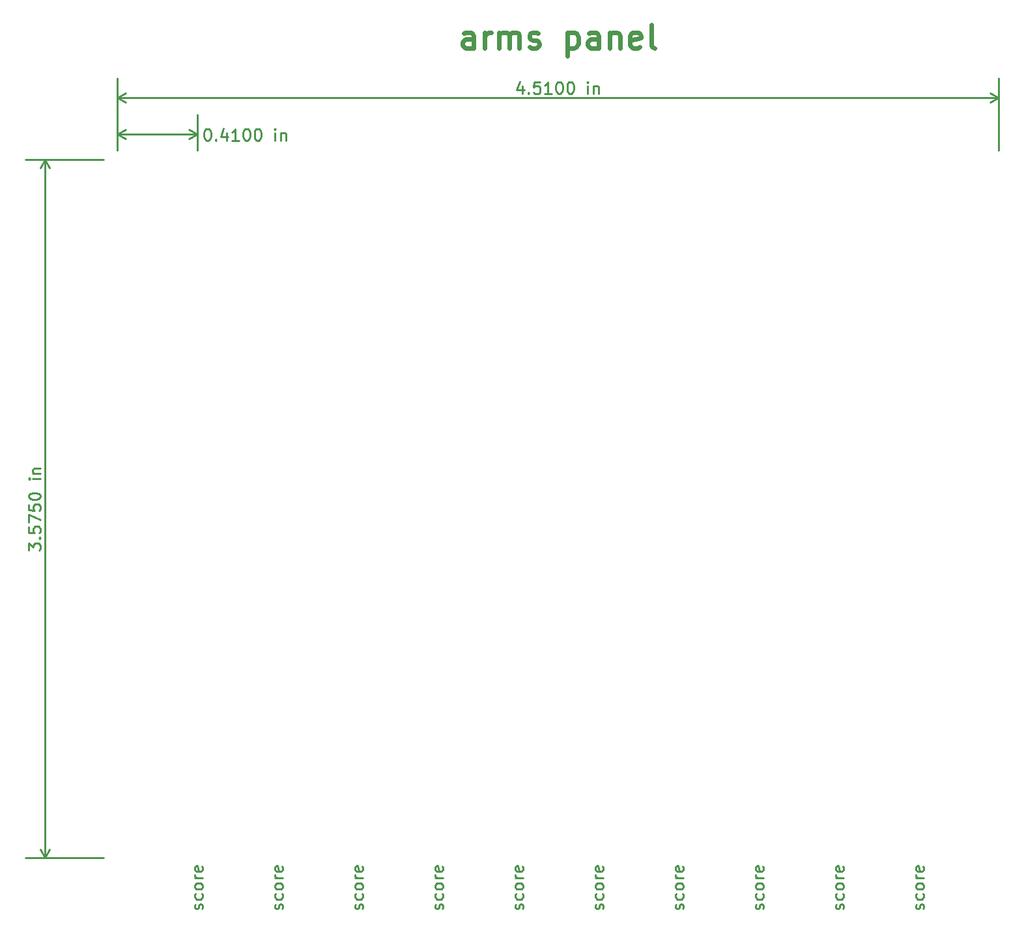
<source format=gbr>
%FSLAX34Y34*%
G04 Gerber Fmt 3.4, Leading zero omitted, Abs format*
G04 (created by PCBNEW (2014-03-10 BZR 4741)-product) date 3/24/2014 1:58:16 PM*
%MOIN*%
G01*
G70*
G90*
G04 APERTURE LIST*
%ADD10C,0.006000*%
%ADD11C,0.024000*%
%ADD12C,0.010000*%
G04 APERTURE END LIST*
G54D10*
G54D11*
X86835Y-23592D02*
X86835Y-22964D01*
X86778Y-22850D01*
X86664Y-22792D01*
X86435Y-22792D01*
X86321Y-22850D01*
X86835Y-23535D02*
X86721Y-23592D01*
X86435Y-23592D01*
X86321Y-23535D01*
X86264Y-23421D01*
X86264Y-23307D01*
X86321Y-23192D01*
X86435Y-23135D01*
X86721Y-23135D01*
X86835Y-23078D01*
X87407Y-23592D02*
X87407Y-22792D01*
X87407Y-23021D02*
X87464Y-22907D01*
X87521Y-22850D01*
X87635Y-22792D01*
X87750Y-22792D01*
X88150Y-23592D02*
X88150Y-22792D01*
X88150Y-22907D02*
X88207Y-22850D01*
X88321Y-22792D01*
X88492Y-22792D01*
X88607Y-22850D01*
X88664Y-22964D01*
X88664Y-23592D01*
X88664Y-22964D02*
X88721Y-22850D01*
X88835Y-22792D01*
X89007Y-22792D01*
X89121Y-22850D01*
X89178Y-22964D01*
X89178Y-23592D01*
X89692Y-23535D02*
X89807Y-23592D01*
X90035Y-23592D01*
X90150Y-23535D01*
X90207Y-23421D01*
X90207Y-23364D01*
X90150Y-23250D01*
X90035Y-23192D01*
X89864Y-23192D01*
X89750Y-23135D01*
X89692Y-23021D01*
X89692Y-22964D01*
X89750Y-22850D01*
X89864Y-22792D01*
X90035Y-22792D01*
X90150Y-22850D01*
X91635Y-22792D02*
X91635Y-23992D01*
X91635Y-22850D02*
X91750Y-22792D01*
X91978Y-22792D01*
X92092Y-22850D01*
X92150Y-22907D01*
X92207Y-23021D01*
X92207Y-23364D01*
X92150Y-23478D01*
X92092Y-23535D01*
X91978Y-23592D01*
X91750Y-23592D01*
X91635Y-23535D01*
X93235Y-23592D02*
X93235Y-22964D01*
X93178Y-22850D01*
X93064Y-22792D01*
X92835Y-22792D01*
X92721Y-22850D01*
X93235Y-23535D02*
X93121Y-23592D01*
X92835Y-23592D01*
X92721Y-23535D01*
X92664Y-23421D01*
X92664Y-23307D01*
X92721Y-23192D01*
X92835Y-23135D01*
X93121Y-23135D01*
X93235Y-23078D01*
X93807Y-22792D02*
X93807Y-23592D01*
X93807Y-22907D02*
X93864Y-22850D01*
X93978Y-22792D01*
X94150Y-22792D01*
X94264Y-22850D01*
X94321Y-22964D01*
X94321Y-23592D01*
X95350Y-23535D02*
X95235Y-23592D01*
X95007Y-23592D01*
X94892Y-23535D01*
X94835Y-23421D01*
X94835Y-22964D01*
X94892Y-22850D01*
X95007Y-22792D01*
X95235Y-22792D01*
X95350Y-22850D01*
X95407Y-22964D01*
X95407Y-23078D01*
X94835Y-23192D01*
X96092Y-23592D02*
X95978Y-23535D01*
X95921Y-23421D01*
X95921Y-22392D01*
G54D12*
X109842Y-67650D02*
X109871Y-67592D01*
X109871Y-67478D01*
X109842Y-67421D01*
X109785Y-67392D01*
X109757Y-67392D01*
X109700Y-67421D01*
X109671Y-67478D01*
X109671Y-67564D01*
X109642Y-67621D01*
X109585Y-67650D01*
X109557Y-67650D01*
X109500Y-67621D01*
X109471Y-67564D01*
X109471Y-67478D01*
X109500Y-67421D01*
X109842Y-66878D02*
X109871Y-66935D01*
X109871Y-67050D01*
X109842Y-67107D01*
X109814Y-67135D01*
X109757Y-67164D01*
X109585Y-67164D01*
X109528Y-67135D01*
X109500Y-67107D01*
X109471Y-67050D01*
X109471Y-66935D01*
X109500Y-66878D01*
X109871Y-66535D02*
X109842Y-66592D01*
X109814Y-66621D01*
X109757Y-66650D01*
X109585Y-66650D01*
X109528Y-66621D01*
X109500Y-66592D01*
X109471Y-66535D01*
X109471Y-66450D01*
X109500Y-66392D01*
X109528Y-66364D01*
X109585Y-66335D01*
X109757Y-66335D01*
X109814Y-66364D01*
X109842Y-66392D01*
X109871Y-66450D01*
X109871Y-66535D01*
X109871Y-66078D02*
X109471Y-66078D01*
X109585Y-66078D02*
X109528Y-66050D01*
X109500Y-66021D01*
X109471Y-65964D01*
X109471Y-65907D01*
X109842Y-65478D02*
X109871Y-65535D01*
X109871Y-65650D01*
X109842Y-65707D01*
X109785Y-65735D01*
X109557Y-65735D01*
X109500Y-65707D01*
X109471Y-65650D01*
X109471Y-65535D01*
X109500Y-65478D01*
X109557Y-65450D01*
X109614Y-65450D01*
X109671Y-65735D01*
X105742Y-67650D02*
X105771Y-67592D01*
X105771Y-67478D01*
X105742Y-67421D01*
X105685Y-67392D01*
X105657Y-67392D01*
X105600Y-67421D01*
X105571Y-67478D01*
X105571Y-67564D01*
X105542Y-67621D01*
X105485Y-67650D01*
X105457Y-67650D01*
X105400Y-67621D01*
X105371Y-67564D01*
X105371Y-67478D01*
X105400Y-67421D01*
X105742Y-66878D02*
X105771Y-66935D01*
X105771Y-67050D01*
X105742Y-67107D01*
X105714Y-67135D01*
X105657Y-67164D01*
X105485Y-67164D01*
X105428Y-67135D01*
X105400Y-67107D01*
X105371Y-67050D01*
X105371Y-66935D01*
X105400Y-66878D01*
X105771Y-66535D02*
X105742Y-66592D01*
X105714Y-66621D01*
X105657Y-66650D01*
X105485Y-66650D01*
X105428Y-66621D01*
X105400Y-66592D01*
X105371Y-66535D01*
X105371Y-66450D01*
X105400Y-66392D01*
X105428Y-66364D01*
X105485Y-66335D01*
X105657Y-66335D01*
X105714Y-66364D01*
X105742Y-66392D01*
X105771Y-66450D01*
X105771Y-66535D01*
X105771Y-66078D02*
X105371Y-66078D01*
X105485Y-66078D02*
X105428Y-66050D01*
X105400Y-66021D01*
X105371Y-65964D01*
X105371Y-65907D01*
X105742Y-65478D02*
X105771Y-65535D01*
X105771Y-65650D01*
X105742Y-65707D01*
X105685Y-65735D01*
X105457Y-65735D01*
X105400Y-65707D01*
X105371Y-65650D01*
X105371Y-65535D01*
X105400Y-65478D01*
X105457Y-65450D01*
X105514Y-65450D01*
X105571Y-65735D01*
X101642Y-67650D02*
X101671Y-67592D01*
X101671Y-67478D01*
X101642Y-67421D01*
X101585Y-67392D01*
X101557Y-67392D01*
X101500Y-67421D01*
X101471Y-67478D01*
X101471Y-67564D01*
X101442Y-67621D01*
X101385Y-67650D01*
X101357Y-67650D01*
X101300Y-67621D01*
X101271Y-67564D01*
X101271Y-67478D01*
X101300Y-67421D01*
X101642Y-66878D02*
X101671Y-66935D01*
X101671Y-67050D01*
X101642Y-67107D01*
X101614Y-67135D01*
X101557Y-67164D01*
X101385Y-67164D01*
X101328Y-67135D01*
X101300Y-67107D01*
X101271Y-67050D01*
X101271Y-66935D01*
X101300Y-66878D01*
X101671Y-66535D02*
X101642Y-66592D01*
X101614Y-66621D01*
X101557Y-66650D01*
X101385Y-66650D01*
X101328Y-66621D01*
X101300Y-66592D01*
X101271Y-66535D01*
X101271Y-66450D01*
X101300Y-66392D01*
X101328Y-66364D01*
X101385Y-66335D01*
X101557Y-66335D01*
X101614Y-66364D01*
X101642Y-66392D01*
X101671Y-66450D01*
X101671Y-66535D01*
X101671Y-66078D02*
X101271Y-66078D01*
X101385Y-66078D02*
X101328Y-66050D01*
X101300Y-66021D01*
X101271Y-65964D01*
X101271Y-65907D01*
X101642Y-65478D02*
X101671Y-65535D01*
X101671Y-65650D01*
X101642Y-65707D01*
X101585Y-65735D01*
X101357Y-65735D01*
X101300Y-65707D01*
X101271Y-65650D01*
X101271Y-65535D01*
X101300Y-65478D01*
X101357Y-65450D01*
X101414Y-65450D01*
X101471Y-65735D01*
X97542Y-67650D02*
X97571Y-67592D01*
X97571Y-67478D01*
X97542Y-67421D01*
X97485Y-67392D01*
X97457Y-67392D01*
X97400Y-67421D01*
X97371Y-67478D01*
X97371Y-67564D01*
X97342Y-67621D01*
X97285Y-67650D01*
X97257Y-67650D01*
X97200Y-67621D01*
X97171Y-67564D01*
X97171Y-67478D01*
X97200Y-67421D01*
X97542Y-66878D02*
X97571Y-66935D01*
X97571Y-67050D01*
X97542Y-67107D01*
X97514Y-67135D01*
X97457Y-67164D01*
X97285Y-67164D01*
X97228Y-67135D01*
X97200Y-67107D01*
X97171Y-67050D01*
X97171Y-66935D01*
X97200Y-66878D01*
X97571Y-66535D02*
X97542Y-66592D01*
X97514Y-66621D01*
X97457Y-66650D01*
X97285Y-66650D01*
X97228Y-66621D01*
X97200Y-66592D01*
X97171Y-66535D01*
X97171Y-66450D01*
X97200Y-66392D01*
X97228Y-66364D01*
X97285Y-66335D01*
X97457Y-66335D01*
X97514Y-66364D01*
X97542Y-66392D01*
X97571Y-66450D01*
X97571Y-66535D01*
X97571Y-66078D02*
X97171Y-66078D01*
X97285Y-66078D02*
X97228Y-66050D01*
X97200Y-66021D01*
X97171Y-65964D01*
X97171Y-65907D01*
X97542Y-65478D02*
X97571Y-65535D01*
X97571Y-65650D01*
X97542Y-65707D01*
X97485Y-65735D01*
X97257Y-65735D01*
X97200Y-65707D01*
X97171Y-65650D01*
X97171Y-65535D01*
X97200Y-65478D01*
X97257Y-65450D01*
X97314Y-65450D01*
X97371Y-65735D01*
X93442Y-67650D02*
X93471Y-67592D01*
X93471Y-67478D01*
X93442Y-67421D01*
X93385Y-67392D01*
X93357Y-67392D01*
X93300Y-67421D01*
X93271Y-67478D01*
X93271Y-67564D01*
X93242Y-67621D01*
X93185Y-67650D01*
X93157Y-67650D01*
X93100Y-67621D01*
X93071Y-67564D01*
X93071Y-67478D01*
X93100Y-67421D01*
X93442Y-66878D02*
X93471Y-66935D01*
X93471Y-67050D01*
X93442Y-67107D01*
X93414Y-67135D01*
X93357Y-67164D01*
X93185Y-67164D01*
X93128Y-67135D01*
X93100Y-67107D01*
X93071Y-67050D01*
X93071Y-66935D01*
X93100Y-66878D01*
X93471Y-66535D02*
X93442Y-66592D01*
X93414Y-66621D01*
X93357Y-66650D01*
X93185Y-66650D01*
X93128Y-66621D01*
X93100Y-66592D01*
X93071Y-66535D01*
X93071Y-66450D01*
X93100Y-66392D01*
X93128Y-66364D01*
X93185Y-66335D01*
X93357Y-66335D01*
X93414Y-66364D01*
X93442Y-66392D01*
X93471Y-66450D01*
X93471Y-66535D01*
X93471Y-66078D02*
X93071Y-66078D01*
X93185Y-66078D02*
X93128Y-66050D01*
X93100Y-66021D01*
X93071Y-65964D01*
X93071Y-65907D01*
X93442Y-65478D02*
X93471Y-65535D01*
X93471Y-65650D01*
X93442Y-65707D01*
X93385Y-65735D01*
X93157Y-65735D01*
X93100Y-65707D01*
X93071Y-65650D01*
X93071Y-65535D01*
X93100Y-65478D01*
X93157Y-65450D01*
X93214Y-65450D01*
X93271Y-65735D01*
X89342Y-67650D02*
X89371Y-67592D01*
X89371Y-67478D01*
X89342Y-67421D01*
X89285Y-67392D01*
X89257Y-67392D01*
X89200Y-67421D01*
X89171Y-67478D01*
X89171Y-67564D01*
X89142Y-67621D01*
X89085Y-67650D01*
X89057Y-67650D01*
X89000Y-67621D01*
X88971Y-67564D01*
X88971Y-67478D01*
X89000Y-67421D01*
X89342Y-66878D02*
X89371Y-66935D01*
X89371Y-67050D01*
X89342Y-67107D01*
X89314Y-67135D01*
X89257Y-67164D01*
X89085Y-67164D01*
X89028Y-67135D01*
X89000Y-67107D01*
X88971Y-67050D01*
X88971Y-66935D01*
X89000Y-66878D01*
X89371Y-66535D02*
X89342Y-66592D01*
X89314Y-66621D01*
X89257Y-66650D01*
X89085Y-66650D01*
X89028Y-66621D01*
X89000Y-66592D01*
X88971Y-66535D01*
X88971Y-66450D01*
X89000Y-66392D01*
X89028Y-66364D01*
X89085Y-66335D01*
X89257Y-66335D01*
X89314Y-66364D01*
X89342Y-66392D01*
X89371Y-66450D01*
X89371Y-66535D01*
X89371Y-66078D02*
X88971Y-66078D01*
X89085Y-66078D02*
X89028Y-66050D01*
X89000Y-66021D01*
X88971Y-65964D01*
X88971Y-65907D01*
X89342Y-65478D02*
X89371Y-65535D01*
X89371Y-65650D01*
X89342Y-65707D01*
X89285Y-65735D01*
X89057Y-65735D01*
X89000Y-65707D01*
X88971Y-65650D01*
X88971Y-65535D01*
X89000Y-65478D01*
X89057Y-65450D01*
X89114Y-65450D01*
X89171Y-65735D01*
X85242Y-67650D02*
X85271Y-67592D01*
X85271Y-67478D01*
X85242Y-67421D01*
X85185Y-67392D01*
X85157Y-67392D01*
X85100Y-67421D01*
X85071Y-67478D01*
X85071Y-67564D01*
X85042Y-67621D01*
X84985Y-67650D01*
X84957Y-67650D01*
X84900Y-67621D01*
X84871Y-67564D01*
X84871Y-67478D01*
X84900Y-67421D01*
X85242Y-66878D02*
X85271Y-66935D01*
X85271Y-67050D01*
X85242Y-67107D01*
X85214Y-67135D01*
X85157Y-67164D01*
X84985Y-67164D01*
X84928Y-67135D01*
X84900Y-67107D01*
X84871Y-67050D01*
X84871Y-66935D01*
X84900Y-66878D01*
X85271Y-66535D02*
X85242Y-66592D01*
X85214Y-66621D01*
X85157Y-66650D01*
X84985Y-66650D01*
X84928Y-66621D01*
X84900Y-66592D01*
X84871Y-66535D01*
X84871Y-66450D01*
X84900Y-66392D01*
X84928Y-66364D01*
X84985Y-66335D01*
X85157Y-66335D01*
X85214Y-66364D01*
X85242Y-66392D01*
X85271Y-66450D01*
X85271Y-66535D01*
X85271Y-66078D02*
X84871Y-66078D01*
X84985Y-66078D02*
X84928Y-66050D01*
X84900Y-66021D01*
X84871Y-65964D01*
X84871Y-65907D01*
X85242Y-65478D02*
X85271Y-65535D01*
X85271Y-65650D01*
X85242Y-65707D01*
X85185Y-65735D01*
X84957Y-65735D01*
X84900Y-65707D01*
X84871Y-65650D01*
X84871Y-65535D01*
X84900Y-65478D01*
X84957Y-65450D01*
X85014Y-65450D01*
X85071Y-65735D01*
X81142Y-67650D02*
X81171Y-67592D01*
X81171Y-67478D01*
X81142Y-67421D01*
X81085Y-67392D01*
X81057Y-67392D01*
X81000Y-67421D01*
X80971Y-67478D01*
X80971Y-67564D01*
X80942Y-67621D01*
X80885Y-67650D01*
X80857Y-67650D01*
X80800Y-67621D01*
X80771Y-67564D01*
X80771Y-67478D01*
X80800Y-67421D01*
X81142Y-66878D02*
X81171Y-66935D01*
X81171Y-67050D01*
X81142Y-67107D01*
X81114Y-67135D01*
X81057Y-67164D01*
X80885Y-67164D01*
X80828Y-67135D01*
X80800Y-67107D01*
X80771Y-67050D01*
X80771Y-66935D01*
X80800Y-66878D01*
X81171Y-66535D02*
X81142Y-66592D01*
X81114Y-66621D01*
X81057Y-66650D01*
X80885Y-66650D01*
X80828Y-66621D01*
X80800Y-66592D01*
X80771Y-66535D01*
X80771Y-66450D01*
X80800Y-66392D01*
X80828Y-66364D01*
X80885Y-66335D01*
X81057Y-66335D01*
X81114Y-66364D01*
X81142Y-66392D01*
X81171Y-66450D01*
X81171Y-66535D01*
X81171Y-66078D02*
X80771Y-66078D01*
X80885Y-66078D02*
X80828Y-66050D01*
X80800Y-66021D01*
X80771Y-65964D01*
X80771Y-65907D01*
X81142Y-65478D02*
X81171Y-65535D01*
X81171Y-65650D01*
X81142Y-65707D01*
X81085Y-65735D01*
X80857Y-65735D01*
X80800Y-65707D01*
X80771Y-65650D01*
X80771Y-65535D01*
X80800Y-65478D01*
X80857Y-65450D01*
X80914Y-65450D01*
X80971Y-65735D01*
X77042Y-67650D02*
X77071Y-67592D01*
X77071Y-67478D01*
X77042Y-67421D01*
X76985Y-67392D01*
X76957Y-67392D01*
X76900Y-67421D01*
X76871Y-67478D01*
X76871Y-67564D01*
X76842Y-67621D01*
X76785Y-67650D01*
X76757Y-67650D01*
X76700Y-67621D01*
X76671Y-67564D01*
X76671Y-67478D01*
X76700Y-67421D01*
X77042Y-66878D02*
X77071Y-66935D01*
X77071Y-67050D01*
X77042Y-67107D01*
X77014Y-67135D01*
X76957Y-67164D01*
X76785Y-67164D01*
X76728Y-67135D01*
X76700Y-67107D01*
X76671Y-67050D01*
X76671Y-66935D01*
X76700Y-66878D01*
X77071Y-66535D02*
X77042Y-66592D01*
X77014Y-66621D01*
X76957Y-66650D01*
X76785Y-66650D01*
X76728Y-66621D01*
X76700Y-66592D01*
X76671Y-66535D01*
X76671Y-66450D01*
X76700Y-66392D01*
X76728Y-66364D01*
X76785Y-66335D01*
X76957Y-66335D01*
X77014Y-66364D01*
X77042Y-66392D01*
X77071Y-66450D01*
X77071Y-66535D01*
X77071Y-66078D02*
X76671Y-66078D01*
X76785Y-66078D02*
X76728Y-66050D01*
X76700Y-66021D01*
X76671Y-65964D01*
X76671Y-65907D01*
X77042Y-65478D02*
X77071Y-65535D01*
X77071Y-65650D01*
X77042Y-65707D01*
X76985Y-65735D01*
X76757Y-65735D01*
X76700Y-65707D01*
X76671Y-65650D01*
X76671Y-65535D01*
X76700Y-65478D01*
X76757Y-65450D01*
X76814Y-65450D01*
X76871Y-65735D01*
X72942Y-67650D02*
X72971Y-67592D01*
X72971Y-67478D01*
X72942Y-67421D01*
X72885Y-67392D01*
X72857Y-67392D01*
X72800Y-67421D01*
X72771Y-67478D01*
X72771Y-67564D01*
X72742Y-67621D01*
X72685Y-67650D01*
X72657Y-67650D01*
X72600Y-67621D01*
X72571Y-67564D01*
X72571Y-67478D01*
X72600Y-67421D01*
X72942Y-66878D02*
X72971Y-66935D01*
X72971Y-67050D01*
X72942Y-67107D01*
X72914Y-67135D01*
X72857Y-67164D01*
X72685Y-67164D01*
X72628Y-67135D01*
X72600Y-67107D01*
X72571Y-67050D01*
X72571Y-66935D01*
X72600Y-66878D01*
X72971Y-66535D02*
X72942Y-66592D01*
X72914Y-66621D01*
X72857Y-66650D01*
X72685Y-66650D01*
X72628Y-66621D01*
X72600Y-66592D01*
X72571Y-66535D01*
X72571Y-66450D01*
X72600Y-66392D01*
X72628Y-66364D01*
X72685Y-66335D01*
X72857Y-66335D01*
X72914Y-66364D01*
X72942Y-66392D01*
X72971Y-66450D01*
X72971Y-66535D01*
X72971Y-66078D02*
X72571Y-66078D01*
X72685Y-66078D02*
X72628Y-66050D01*
X72600Y-66021D01*
X72571Y-65964D01*
X72571Y-65907D01*
X72942Y-65478D02*
X72971Y-65535D01*
X72971Y-65650D01*
X72942Y-65707D01*
X72885Y-65735D01*
X72657Y-65735D01*
X72600Y-65707D01*
X72571Y-65650D01*
X72571Y-65535D01*
X72600Y-65478D01*
X72657Y-65450D01*
X72714Y-65450D01*
X72771Y-65735D01*
X89335Y-25521D02*
X89335Y-25921D01*
X89192Y-25292D02*
X89050Y-25721D01*
X89421Y-25721D01*
X89650Y-25864D02*
X89678Y-25892D01*
X89650Y-25921D01*
X89621Y-25892D01*
X89650Y-25864D01*
X89650Y-25921D01*
X90221Y-25321D02*
X89935Y-25321D01*
X89907Y-25607D01*
X89935Y-25578D01*
X89992Y-25550D01*
X90135Y-25550D01*
X90192Y-25578D01*
X90221Y-25607D01*
X90250Y-25664D01*
X90250Y-25807D01*
X90221Y-25864D01*
X90192Y-25892D01*
X90135Y-25921D01*
X89992Y-25921D01*
X89935Y-25892D01*
X89907Y-25864D01*
X90821Y-25921D02*
X90478Y-25921D01*
X90650Y-25921D02*
X90650Y-25321D01*
X90592Y-25407D01*
X90535Y-25464D01*
X90478Y-25492D01*
X91192Y-25321D02*
X91250Y-25321D01*
X91307Y-25350D01*
X91335Y-25378D01*
X91364Y-25435D01*
X91392Y-25550D01*
X91392Y-25692D01*
X91364Y-25807D01*
X91335Y-25864D01*
X91307Y-25892D01*
X91250Y-25921D01*
X91192Y-25921D01*
X91135Y-25892D01*
X91107Y-25864D01*
X91078Y-25807D01*
X91050Y-25692D01*
X91050Y-25550D01*
X91078Y-25435D01*
X91107Y-25378D01*
X91135Y-25350D01*
X91192Y-25321D01*
X91764Y-25321D02*
X91821Y-25321D01*
X91878Y-25350D01*
X91907Y-25378D01*
X91935Y-25435D01*
X91964Y-25550D01*
X91964Y-25692D01*
X91935Y-25807D01*
X91907Y-25864D01*
X91878Y-25892D01*
X91821Y-25921D01*
X91764Y-25921D01*
X91707Y-25892D01*
X91678Y-25864D01*
X91650Y-25807D01*
X91621Y-25692D01*
X91621Y-25550D01*
X91650Y-25435D01*
X91678Y-25378D01*
X91707Y-25350D01*
X91764Y-25321D01*
X92678Y-25921D02*
X92678Y-25521D01*
X92678Y-25321D02*
X92650Y-25350D01*
X92678Y-25378D01*
X92707Y-25350D01*
X92678Y-25321D01*
X92678Y-25378D01*
X92964Y-25521D02*
X92964Y-25921D01*
X92964Y-25578D02*
X92992Y-25550D01*
X93050Y-25521D01*
X93135Y-25521D01*
X93192Y-25550D01*
X93221Y-25607D01*
X93221Y-25921D01*
X68600Y-26150D02*
X113700Y-26150D01*
X68600Y-28850D02*
X68600Y-25150D01*
X113700Y-28850D02*
X113700Y-25150D01*
X113700Y-26150D02*
X113256Y-26380D01*
X113700Y-26150D02*
X113256Y-25919D01*
X68600Y-26150D02*
X69043Y-26380D01*
X68600Y-26150D02*
X69043Y-25919D01*
X64071Y-49303D02*
X64071Y-48932D01*
X64300Y-49132D01*
X64300Y-49046D01*
X64328Y-48989D01*
X64357Y-48960D01*
X64414Y-48932D01*
X64557Y-48932D01*
X64614Y-48960D01*
X64642Y-48989D01*
X64671Y-49046D01*
X64671Y-49217D01*
X64642Y-49275D01*
X64614Y-49303D01*
X64614Y-48675D02*
X64642Y-48646D01*
X64671Y-48675D01*
X64642Y-48703D01*
X64614Y-48675D01*
X64671Y-48675D01*
X64071Y-48103D02*
X64071Y-48389D01*
X64357Y-48417D01*
X64328Y-48389D01*
X64300Y-48332D01*
X64300Y-48189D01*
X64328Y-48132D01*
X64357Y-48103D01*
X64414Y-48075D01*
X64557Y-48075D01*
X64614Y-48103D01*
X64642Y-48132D01*
X64671Y-48189D01*
X64671Y-48332D01*
X64642Y-48389D01*
X64614Y-48417D01*
X64071Y-47875D02*
X64071Y-47475D01*
X64671Y-47732D01*
X64071Y-46960D02*
X64071Y-47246D01*
X64357Y-47274D01*
X64328Y-47246D01*
X64300Y-47189D01*
X64300Y-47046D01*
X64328Y-46989D01*
X64357Y-46960D01*
X64414Y-46932D01*
X64557Y-46932D01*
X64614Y-46960D01*
X64642Y-46989D01*
X64671Y-47046D01*
X64671Y-47189D01*
X64642Y-47246D01*
X64614Y-47274D01*
X64071Y-46560D02*
X64071Y-46503D01*
X64100Y-46446D01*
X64128Y-46417D01*
X64185Y-46389D01*
X64300Y-46360D01*
X64442Y-46360D01*
X64557Y-46389D01*
X64614Y-46417D01*
X64642Y-46446D01*
X64671Y-46503D01*
X64671Y-46560D01*
X64642Y-46617D01*
X64614Y-46646D01*
X64557Y-46674D01*
X64442Y-46703D01*
X64300Y-46703D01*
X64185Y-46674D01*
X64128Y-46646D01*
X64100Y-46617D01*
X64071Y-46560D01*
X64671Y-45646D02*
X64271Y-45646D01*
X64071Y-45646D02*
X64100Y-45674D01*
X64128Y-45646D01*
X64100Y-45617D01*
X64071Y-45646D01*
X64128Y-45646D01*
X64271Y-45360D02*
X64671Y-45360D01*
X64328Y-45360D02*
X64300Y-45332D01*
X64271Y-45274D01*
X64271Y-45189D01*
X64300Y-45132D01*
X64357Y-45103D01*
X64671Y-45103D01*
X64900Y-65050D02*
X64900Y-29300D01*
X67900Y-65050D02*
X63900Y-65050D01*
X67900Y-29300D02*
X63900Y-29300D01*
X64900Y-29300D02*
X65130Y-29743D01*
X64900Y-29300D02*
X64669Y-29743D01*
X64900Y-65050D02*
X65130Y-64606D01*
X64900Y-65050D02*
X64669Y-64606D01*
X73192Y-27721D02*
X73250Y-27721D01*
X73307Y-27750D01*
X73335Y-27778D01*
X73364Y-27835D01*
X73392Y-27950D01*
X73392Y-28092D01*
X73364Y-28207D01*
X73335Y-28264D01*
X73307Y-28292D01*
X73250Y-28321D01*
X73192Y-28321D01*
X73135Y-28292D01*
X73107Y-28264D01*
X73078Y-28207D01*
X73050Y-28092D01*
X73050Y-27950D01*
X73078Y-27835D01*
X73107Y-27778D01*
X73135Y-27750D01*
X73192Y-27721D01*
X73650Y-28264D02*
X73678Y-28292D01*
X73650Y-28321D01*
X73621Y-28292D01*
X73650Y-28264D01*
X73650Y-28321D01*
X74192Y-27921D02*
X74192Y-28321D01*
X74050Y-27692D02*
X73907Y-28121D01*
X74278Y-28121D01*
X74821Y-28321D02*
X74478Y-28321D01*
X74650Y-28321D02*
X74650Y-27721D01*
X74592Y-27807D01*
X74535Y-27864D01*
X74478Y-27892D01*
X75192Y-27721D02*
X75250Y-27721D01*
X75307Y-27750D01*
X75335Y-27778D01*
X75364Y-27835D01*
X75392Y-27950D01*
X75392Y-28092D01*
X75364Y-28207D01*
X75335Y-28264D01*
X75307Y-28292D01*
X75250Y-28321D01*
X75192Y-28321D01*
X75135Y-28292D01*
X75107Y-28264D01*
X75078Y-28207D01*
X75050Y-28092D01*
X75050Y-27950D01*
X75078Y-27835D01*
X75107Y-27778D01*
X75135Y-27750D01*
X75192Y-27721D01*
X75764Y-27721D02*
X75821Y-27721D01*
X75878Y-27750D01*
X75907Y-27778D01*
X75935Y-27835D01*
X75964Y-27950D01*
X75964Y-28092D01*
X75935Y-28207D01*
X75907Y-28264D01*
X75878Y-28292D01*
X75821Y-28321D01*
X75764Y-28321D01*
X75707Y-28292D01*
X75678Y-28264D01*
X75650Y-28207D01*
X75621Y-28092D01*
X75621Y-27950D01*
X75650Y-27835D01*
X75678Y-27778D01*
X75707Y-27750D01*
X75764Y-27721D01*
X76678Y-28321D02*
X76678Y-27921D01*
X76678Y-27721D02*
X76650Y-27750D01*
X76678Y-27778D01*
X76707Y-27750D01*
X76678Y-27721D01*
X76678Y-27778D01*
X76964Y-27921D02*
X76964Y-28321D01*
X76964Y-27978D02*
X76992Y-27950D01*
X77050Y-27921D01*
X77135Y-27921D01*
X77192Y-27950D01*
X77221Y-28007D01*
X77221Y-28321D01*
X68600Y-28000D02*
X72700Y-28000D01*
X68600Y-28850D02*
X68600Y-27000D01*
X72700Y-28850D02*
X72700Y-27000D01*
X72700Y-28000D02*
X72256Y-28230D01*
X72700Y-28000D02*
X72256Y-27769D01*
X68600Y-28000D02*
X69043Y-28230D01*
X68600Y-28000D02*
X69043Y-27769D01*
M02*

</source>
